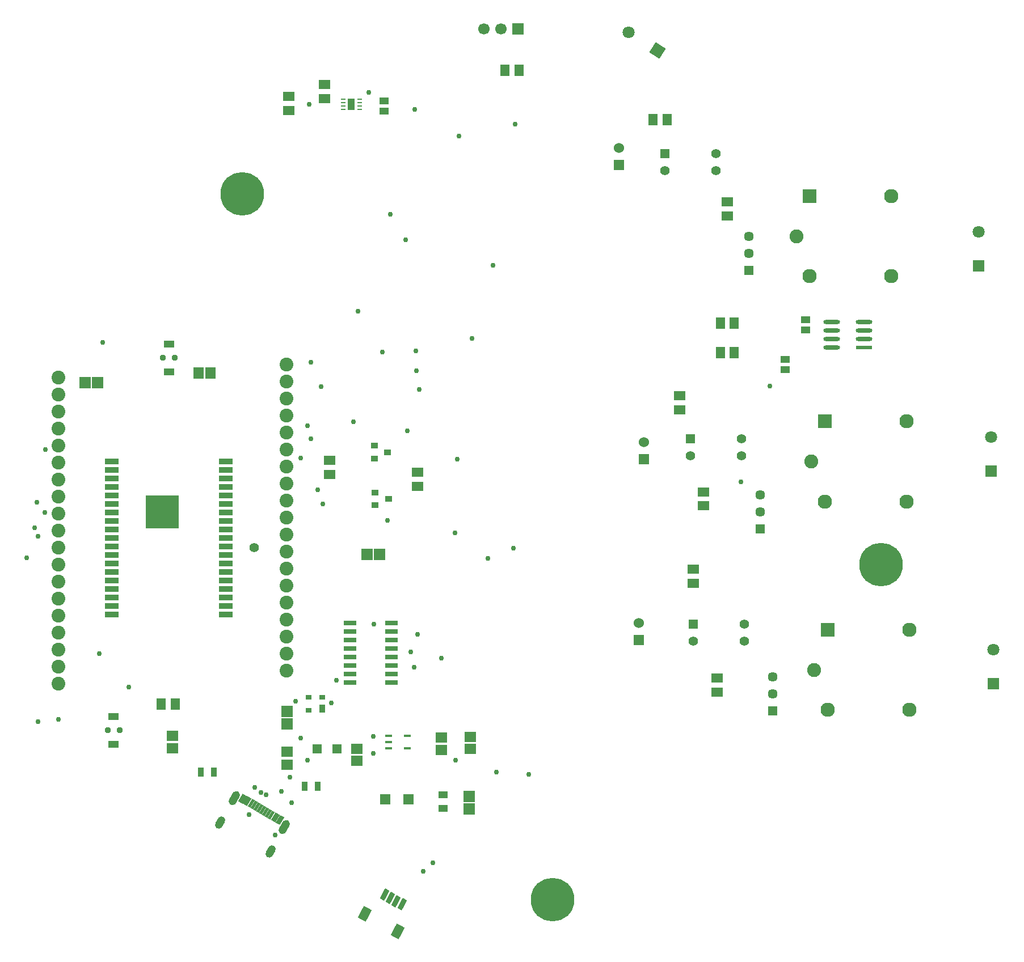
<source format=gts>
G04*
G04 #@! TF.GenerationSoftware,Altium Limited,Altium Designer,25.5.2 (35)*
G04*
G04 Layer_Color=8388736*
%FSLAX44Y44*%
%MOMM*%
G71*
G04*
G04 #@! TF.SameCoordinates,1C876D45-0CCD-4BF8-8A60-7BCD78DFC47F*
G04*
G04*
G04 #@! TF.FilePolarity,Negative*
G04*
G01*
G75*
%ADD22R,2.4741X0.6221*%
G04:AMPARAMS|DCode=23|XSize=2.4741mm|YSize=0.6221mm|CornerRadius=0.3111mm|HoleSize=0mm|Usage=FLASHONLY|Rotation=180.000|XOffset=0mm|YOffset=0mm|HoleType=Round|Shape=RoundedRectangle|*
%AMROUNDEDRECTD23*
21,1,2.4741,0.0000,0,0,180.0*
21,1,1.8519,0.6221,0,0,180.0*
1,1,0.6221,-0.9260,0.0000*
1,1,0.6221,0.9260,0.0000*
1,1,0.6221,0.9260,0.0000*
1,1,0.6221,-0.9260,0.0000*
%
%ADD23ROUNDEDRECTD23*%
%ADD24R,1.3562X1.0546*%
%ADD28R,0.9500X1.4500*%
%ADD33R,1.1303X0.4318*%
%ADD35R,1.3500X1.0000*%
%ADD40R,2.0000X0.9000*%
%ADD41R,5.0000X5.0000*%
%ADD46R,1.5000X1.5000*%
%ADD47R,0.6500X0.2500*%
G04:AMPARAMS|DCode=48|XSize=0.45mm|YSize=1.3mm|CornerRadius=0mm|HoleSize=0mm|Usage=FLASHONLY|Rotation=330.000|XOffset=0mm|YOffset=0mm|HoleType=Round|Shape=Rectangle|*
%AMROTATEDRECTD48*
4,1,4,-0.5199,-0.4504,0.1301,0.6754,0.5199,0.4504,-0.1301,-0.6754,-0.5199,-0.4504,0.0*
%
%ADD48ROTATEDRECTD48*%

%ADD49R,1.7000X1.4000*%
%ADD50R,1.4000X1.7000*%
%ADD51R,1.0000X1.7000*%
%ADD52R,1.7000X1.7000*%
%ADD53R,1.9500X0.7900*%
%ADD54R,1.7000X1.6500*%
%ADD55R,0.8500X1.1500*%
%ADD56R,1.7000X1.7000*%
G04:AMPARAMS|DCode=57|XSize=1.35mm|YSize=1.95mm|CornerRadius=0mm|HoleSize=0mm|Usage=FLASHONLY|Rotation=152.000|XOffset=0mm|YOffset=0mm|HoleType=Round|Shape=Rectangle|*
%AMROTATEDRECTD57*
4,1,4,1.0537,0.5440,0.1383,-1.1778,-1.0537,-0.5440,-0.1383,1.1778,1.0537,0.5440,0.0*
%
%ADD57ROTATEDRECTD57*%

G04:AMPARAMS|DCode=58|XSize=0.75mm|YSize=1.7mm|CornerRadius=0mm|HoleSize=0mm|Usage=FLASHONLY|Rotation=332.000|XOffset=0mm|YOffset=0mm|HoleType=Round|Shape=Rectangle|*
%AMROTATEDRECTD58*
4,1,4,-0.7302,-0.5745,0.0679,0.9266,0.7302,0.5745,-0.0679,-0.9266,-0.7302,-0.5745,0.0*
%
%ADD58ROTATEDRECTD58*%

%ADD59R,1.6500X1.1000*%
%ADD60R,1.6500X1.7000*%
%ADD61R,1.7000X1.5500*%
%ADD62R,1.4000X1.3700*%
%ADD63R,0.8500X0.7500*%
%ADD64R,1.0500X0.9500*%
%ADD65C,0.1500*%
G04:AMPARAMS|DCode=66|XSize=1.15mm|YSize=1.95mm|CornerRadius=0.575mm|HoleSize=0mm|Usage=FLASHONLY|Rotation=330.000|XOffset=0mm|YOffset=0mm|HoleType=Round|Shape=RoundedRectangle|*
%AMROUNDEDRECTD66*
21,1,1.1500,0.8000,0,0,330.0*
21,1,0.0000,1.9500,0,0,330.0*
1,1,1.1500,-0.2000,-0.3464*
1,1,1.1500,-0.2000,-0.3464*
1,1,1.1500,0.2000,0.3464*
1,1,1.1500,0.2000,0.3464*
%
%ADD66ROUNDEDRECTD66*%
G04:AMPARAMS|DCode=67|XSize=1.15mm|YSize=2.25mm|CornerRadius=0.575mm|HoleSize=0mm|Usage=FLASHONLY|Rotation=330.000|XOffset=0mm|YOffset=0mm|HoleType=Round|Shape=RoundedRectangle|*
%AMROUNDEDRECTD67*
21,1,1.1500,1.1000,0,0,330.0*
21,1,0.0000,2.2500,0,0,330.0*
1,1,1.1500,-0.2750,-0.4763*
1,1,1.1500,-0.2750,-0.4763*
1,1,1.1500,0.2750,0.4763*
1,1,1.1500,0.2750,0.4763*
%
%ADD67ROUNDEDRECTD67*%
%ADD68C,6.5000*%
%ADD69C,1.4480*%
%ADD70R,1.4480X1.4480*%
%ADD71C,1.4100*%
%ADD72R,1.4100X1.4100*%
%ADD73C,1.5280*%
%ADD74R,1.5280X1.5280*%
%ADD75C,1.8000*%
%ADD76P,2.5456X4X192.0*%
%ADD77C,2.1300*%
%ADD78C,2.0850*%
%ADD79R,2.1300X2.1300*%
%ADD80C,1.7000*%
%ADD81C,2.0550*%
%ADD82R,1.8000X1.8000*%
%ADD83C,0.9500*%
%ADD84C,0.7500*%
%ADD85C,1.4200*%
D22*
X1612931Y985520D02*
D03*
D23*
Y998220D02*
D03*
Y1010920D02*
D03*
Y1023620D02*
D03*
X1564609Y1010920D02*
D03*
Y998220D02*
D03*
Y1023620D02*
D03*
Y985520D02*
D03*
D24*
X1525270Y1012190D02*
D03*
Y1026706D02*
D03*
X896620Y1338942D02*
D03*
Y1353458D02*
D03*
X1494790Y967378D02*
D03*
Y952862D02*
D03*
D28*
X797080Y330143D02*
D03*
X777580D02*
D03*
X622640Y351733D02*
D03*
X642140D02*
D03*
D33*
X902963Y396183D02*
D03*
X930777Y405683D02*
D03*
X902963D02*
D03*
Y386683D02*
D03*
X930777D02*
D03*
D35*
X984180Y297283D02*
D03*
Y317283D02*
D03*
D40*
X660080Y815353D02*
D03*
X490080D02*
D03*
Y637553D02*
D03*
Y802653D02*
D03*
Y789953D02*
D03*
Y777253D02*
D03*
Y764553D02*
D03*
Y751853D02*
D03*
Y739153D02*
D03*
Y726453D02*
D03*
Y713753D02*
D03*
Y701053D02*
D03*
Y688353D02*
D03*
Y675653D02*
D03*
Y662953D02*
D03*
Y650253D02*
D03*
Y624853D02*
D03*
Y612153D02*
D03*
Y599453D02*
D03*
Y586753D02*
D03*
X660080D02*
D03*
Y599453D02*
D03*
Y612153D02*
D03*
Y624853D02*
D03*
Y637553D02*
D03*
Y650253D02*
D03*
Y662953D02*
D03*
Y675653D02*
D03*
Y688353D02*
D03*
Y701053D02*
D03*
Y713753D02*
D03*
Y726453D02*
D03*
Y739153D02*
D03*
Y751853D02*
D03*
Y764553D02*
D03*
Y777253D02*
D03*
Y789953D02*
D03*
Y802653D02*
D03*
D41*
X565080Y740353D02*
D03*
D46*
X898100Y311093D02*
D03*
X933100D02*
D03*
D47*
X835160Y1356120D02*
D03*
Y1351120D02*
D03*
Y1346120D02*
D03*
Y1341120D02*
D03*
X859660D02*
D03*
Y1346120D02*
D03*
Y1351120D02*
D03*
Y1356120D02*
D03*
D48*
X732456Y284636D02*
D03*
X728125Y287136D02*
D03*
X723795Y289636D02*
D03*
X719465Y292136D02*
D03*
X715135Y294636D02*
D03*
X710805Y297136D02*
D03*
X706475Y299636D02*
D03*
X702145Y302136D02*
D03*
X697815Y304636D02*
D03*
X690886Y308636D02*
D03*
X693484Y307136D02*
D03*
X735054Y283136D02*
D03*
X741982Y279136D02*
D03*
X686556Y311136D02*
D03*
X683958Y312636D02*
D03*
X739384Y280636D02*
D03*
D49*
X1372870Y769710D02*
D03*
Y749210D02*
D03*
X1337310Y913220D02*
D03*
Y892720D02*
D03*
X754380Y1360260D02*
D03*
Y1339760D02*
D03*
X807720Y1378040D02*
D03*
Y1357540D02*
D03*
X1393190Y491580D02*
D03*
Y471080D02*
D03*
X1357630Y654140D02*
D03*
X1408430Y1202780D02*
D03*
Y1182280D02*
D03*
X1357630Y633640D02*
D03*
X815270Y816643D02*
D03*
Y796143D02*
D03*
X946080Y778363D02*
D03*
Y798863D02*
D03*
D50*
X1318350Y1325880D02*
D03*
X1297850D02*
D03*
X1398090Y977900D02*
D03*
X1418590D02*
D03*
X1097370Y1399540D02*
D03*
X1076870D02*
D03*
X1398180Y1022350D02*
D03*
X563810Y453333D02*
D03*
X584310D02*
D03*
X1418680Y1022350D02*
D03*
D51*
X847410Y1348620D02*
D03*
D52*
X889290Y676853D02*
D03*
X468920Y933393D02*
D03*
X870790Y676853D02*
D03*
X450420Y933393D02*
D03*
D53*
X845180Y573983D02*
D03*
Y510483D02*
D03*
Y548583D02*
D03*
Y561283D02*
D03*
Y535883D02*
D03*
X907280Y573983D02*
D03*
Y561283D02*
D03*
Y548583D02*
D03*
Y535883D02*
D03*
Y523183D02*
D03*
Y510483D02*
D03*
Y497783D02*
D03*
Y485083D02*
D03*
X845180D02*
D03*
Y497783D02*
D03*
Y523183D02*
D03*
D54*
X1024820Y385913D02*
D03*
X981640Y384753D02*
D03*
X855910Y368133D02*
D03*
X580320Y387183D02*
D03*
Y405183D02*
D03*
X981640Y402753D02*
D03*
X1024820Y403913D02*
D03*
X855910Y386133D02*
D03*
D55*
X803680Y445833D02*
D03*
D56*
X1023550Y296403D02*
D03*
X751770Y423763D02*
D03*
Y442263D02*
D03*
X1023550Y314903D02*
D03*
X1096010Y1461770D02*
D03*
D57*
X916516Y113738D02*
D03*
X867071Y140028D02*
D03*
D58*
X896741Y168139D02*
D03*
X923229Y154055D02*
D03*
X914400Y158750D02*
D03*
X905571Y163445D02*
D03*
D59*
X575130Y949473D02*
D03*
X492690Y393213D02*
D03*
X575130Y990973D02*
D03*
X492690Y434713D02*
D03*
D60*
X637470Y947363D02*
D03*
X619470D02*
D03*
D61*
X751770Y362553D02*
D03*
Y381553D02*
D03*
D62*
X796710Y386023D02*
D03*
X826210D02*
D03*
D63*
X783680Y443833D02*
D03*
Y462833D02*
D03*
X803680D02*
D03*
D64*
X901470Y829253D02*
D03*
X902740Y759403D02*
D03*
X881470Y838753D02*
D03*
Y819753D02*
D03*
X882740Y768903D02*
D03*
Y749903D02*
D03*
D65*
X682617Y301113D02*
D03*
X732673Y272213D02*
D03*
D66*
X651833Y276393D02*
D03*
X726657Y233193D02*
D03*
D67*
X747557Y269393D02*
D03*
X672733Y312593D02*
D03*
D68*
X1638300Y661670D02*
D03*
X684530Y1215390D02*
D03*
X1148080Y161290D02*
D03*
D69*
X1476180Y494030D02*
D03*
Y468630D02*
D03*
X1457960Y765810D02*
D03*
Y740410D02*
D03*
X1440620Y1151890D02*
D03*
Y1126490D02*
D03*
D70*
X1476180Y443230D02*
D03*
X1457960Y715010D02*
D03*
X1440620Y1101090D02*
D03*
D71*
X1433830Y572770D02*
D03*
Y547370D02*
D03*
X1357630D02*
D03*
X1391920Y1275080D02*
D03*
Y1249680D02*
D03*
X1315720D02*
D03*
X1430020Y849630D02*
D03*
Y824230D02*
D03*
X1353820D02*
D03*
D72*
X1357630Y572770D02*
D03*
X1315720Y1275080D02*
D03*
X1353820Y849630D02*
D03*
D73*
X1276350Y574040D02*
D03*
X1283970Y844550D02*
D03*
X1247140Y1283970D02*
D03*
D74*
X1276350Y548640D02*
D03*
X1283970Y819150D02*
D03*
X1247140Y1258570D02*
D03*
D75*
X1261398Y1456554D02*
D03*
X1802130Y852170D02*
D03*
X1783990Y1158575D02*
D03*
X1805940Y534670D02*
D03*
D76*
X1304002Y1428886D02*
D03*
D77*
X1676160Y875340D02*
D03*
Y755340D02*
D03*
X1554160D02*
D03*
X1680250Y444190D02*
D03*
X1653580Y1091890D02*
D03*
Y1211890D02*
D03*
X1531580Y1091890D02*
D03*
X1680250Y564190D02*
D03*
X1558250Y444190D02*
D03*
D78*
X1534160Y815340D02*
D03*
X1511580Y1151890D02*
D03*
X1538250Y504190D02*
D03*
D79*
X1554160Y875340D02*
D03*
X1558250Y564190D02*
D03*
X1531580Y1211890D02*
D03*
D80*
X1045210Y1461770D02*
D03*
X1070610D02*
D03*
D81*
X750500Y960063D02*
D03*
Y807663D02*
D03*
X410140Y610813D02*
D03*
X750500Y909263D02*
D03*
X410140Y534613D02*
D03*
Y661613D02*
D03*
Y712413D02*
D03*
X750500Y756863D02*
D03*
Y731463D02*
D03*
Y553663D02*
D03*
X410140Y839413D02*
D03*
Y890213D02*
D03*
X750500Y883863D02*
D03*
Y629863D02*
D03*
Y579063D02*
D03*
X410140Y687013D02*
D03*
X750500Y934663D02*
D03*
X410140Y560013D02*
D03*
Y636213D02*
D03*
Y814013D02*
D03*
X750500Y858463D02*
D03*
Y782263D02*
D03*
Y604463D02*
D03*
Y502863D02*
D03*
X410140Y788613D02*
D03*
X750500Y680663D02*
D03*
X410140Y737813D02*
D03*
X750500Y833063D02*
D03*
Y528263D02*
D03*
X410140Y509213D02*
D03*
Y585413D02*
D03*
X750500Y706063D02*
D03*
Y655263D02*
D03*
X410140Y763213D02*
D03*
Y864813D02*
D03*
Y915613D02*
D03*
Y941013D02*
D03*
Y483813D02*
D03*
D82*
X1783990Y1107775D02*
D03*
X1802130Y801370D02*
D03*
X1805940Y483870D02*
D03*
D83*
X584130Y970223D02*
D03*
X566130D02*
D03*
X501690Y413963D02*
D03*
X483690D02*
D03*
D84*
X942340Y1341120D02*
D03*
X1008380Y1301750D02*
D03*
X1428750Y784860D02*
D03*
X734060Y257810D02*
D03*
X694690Y288290D02*
D03*
X379730Y426720D02*
D03*
X881380Y572770D02*
D03*
X825500Y488950D02*
D03*
X379730Y703580D02*
D03*
X374650Y716280D02*
D03*
X363220Y671830D02*
D03*
X873760Y1366520D02*
D03*
X1005840Y819150D02*
D03*
X1089660Y685800D02*
D03*
X1112520Y347980D02*
D03*
X955040Y203200D02*
D03*
X1003300Y369570D02*
D03*
X944880Y951230D02*
D03*
X1051560Y670560D02*
D03*
X1064223Y351305D02*
D03*
X969010Y215900D02*
D03*
X782320Y868680D02*
D03*
X787400Y849630D02*
D03*
X930910Y861060D02*
D03*
X948690Y923290D02*
D03*
X1027430Y999490D02*
D03*
X857250Y1040130D02*
D03*
X784860Y1348740D02*
D03*
X802640Y927100D02*
D03*
X943610Y980440D02*
D03*
X905510Y1184910D02*
D03*
X1092200Y1319530D02*
D03*
X1059180Y1108710D02*
D03*
X928370Y1146810D02*
D03*
X850900Y875030D02*
D03*
X787400Y963930D02*
D03*
X894080Y979170D02*
D03*
X1471930Y928370D02*
D03*
X410210Y430530D02*
D03*
X1002030Y708660D02*
D03*
X391160Y833120D02*
D03*
X389890Y739140D02*
D03*
X471100Y528263D02*
D03*
X764470Y457143D02*
D03*
X378460Y754380D02*
D03*
X476250Y993140D02*
D03*
X772090Y820363D02*
D03*
X797490Y773373D02*
D03*
X805110Y751783D02*
D03*
X901630Y727653D02*
D03*
X935920Y530803D02*
D03*
X946080Y557473D02*
D03*
X941000Y507943D02*
D03*
X981640Y521913D02*
D03*
X772090Y402533D02*
D03*
X515550Y478733D02*
D03*
X782250Y369513D02*
D03*
X880040Y405073D02*
D03*
Y379673D02*
D03*
X755580Y344113D02*
D03*
X703510Y328873D02*
D03*
X720020Y317443D02*
D03*
X742880Y322523D02*
D03*
X817810Y454603D02*
D03*
X712400Y321253D02*
D03*
X758120Y306013D02*
D03*
D85*
X702240Y687013D02*
D03*
M02*

</source>
